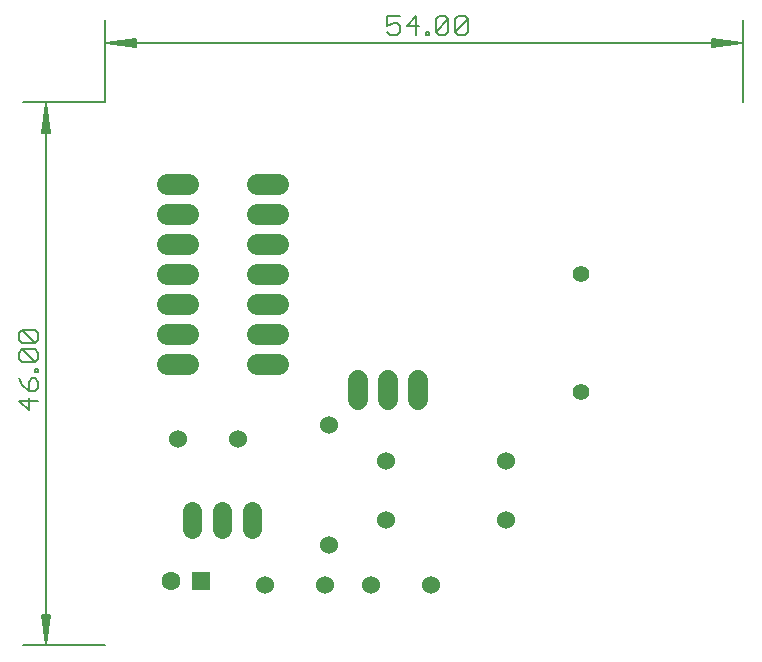
<source format=gtl>
G75*
%MOIN*%
%OFA0B0*%
%FSLAX25Y25*%
%IPPOS*%
%LPD*%
%AMOC8*
5,1,8,0,0,1.08239X$1,22.5*
%
%ADD10C,0.00512*%
%ADD11C,0.00600*%
%ADD12C,0.07087*%
%ADD13C,0.06000*%
%ADD14C,0.05512*%
%ADD15R,0.06299X0.06299*%
%ADD16C,0.06299*%
%ADD17C,0.06299*%
%ADD18C,0.06600*%
D10*
X0004918Y0004937D02*
X0032280Y0004937D01*
X0012595Y0005193D02*
X0013619Y0015173D01*
X0013852Y0015173D02*
X0012595Y0005193D01*
X0011572Y0015173D01*
X0011338Y0015173D02*
X0013852Y0015173D01*
X0013107Y0015173D02*
X0012595Y0005193D01*
X0012083Y0015173D01*
X0011338Y0015173D02*
X0012595Y0005193D01*
X0012595Y0185783D01*
X0013619Y0175803D01*
X0013852Y0175803D02*
X0012595Y0185783D01*
X0011572Y0175803D01*
X0011338Y0175803D02*
X0013852Y0175803D01*
X0013107Y0175803D02*
X0012595Y0185783D01*
X0012083Y0175803D01*
X0011338Y0175803D02*
X0012595Y0185783D01*
X0004918Y0186039D02*
X0032280Y0186039D01*
X0032280Y0213402D01*
X0032536Y0205724D02*
X0042516Y0204701D01*
X0042516Y0204468D02*
X0032536Y0205724D01*
X0042516Y0206748D01*
X0042516Y0206981D02*
X0042516Y0204468D01*
X0042516Y0205213D02*
X0032536Y0205724D01*
X0042516Y0206236D01*
X0042516Y0206981D02*
X0032536Y0205724D01*
X0244623Y0205724D01*
X0234642Y0204701D01*
X0234642Y0204468D02*
X0244623Y0205724D01*
X0234642Y0206748D01*
X0234642Y0206981D02*
X0234642Y0204468D01*
X0234642Y0205213D02*
X0244623Y0205724D01*
X0234642Y0206236D01*
X0234642Y0206981D02*
X0244623Y0205724D01*
X0244879Y0213402D02*
X0244879Y0186039D01*
D11*
X0153181Y0209354D02*
X0152114Y0208286D01*
X0149978Y0208286D01*
X0148911Y0209354D01*
X0153181Y0213624D01*
X0153181Y0209354D01*
X0153181Y0213624D02*
X0152114Y0214692D01*
X0149978Y0214692D01*
X0148911Y0213624D01*
X0148911Y0209354D01*
X0146736Y0209354D02*
X0145668Y0208286D01*
X0143533Y0208286D01*
X0142465Y0209354D01*
X0146736Y0213624D01*
X0146736Y0209354D01*
X0142465Y0209354D02*
X0142465Y0213624D01*
X0143533Y0214692D01*
X0145668Y0214692D01*
X0146736Y0213624D01*
X0140310Y0209354D02*
X0140310Y0208286D01*
X0139243Y0208286D01*
X0139243Y0209354D01*
X0140310Y0209354D01*
X0137067Y0211489D02*
X0132797Y0211489D01*
X0136000Y0214692D01*
X0136000Y0208286D01*
X0130622Y0209354D02*
X0129554Y0208286D01*
X0127419Y0208286D01*
X0126352Y0209354D01*
X0126352Y0211489D02*
X0128487Y0212557D01*
X0129554Y0212557D01*
X0130622Y0211489D01*
X0130622Y0209354D01*
X0126352Y0211489D02*
X0126352Y0214692D01*
X0130622Y0214692D01*
X0010033Y0109022D02*
X0010033Y0106887D01*
X0008966Y0105820D01*
X0004695Y0110090D01*
X0008966Y0110090D01*
X0010033Y0109022D01*
X0008966Y0105820D02*
X0004695Y0105820D01*
X0003628Y0106887D01*
X0003628Y0109022D01*
X0004695Y0110090D01*
X0004695Y0103644D02*
X0008966Y0099374D01*
X0010033Y0100442D01*
X0010033Y0102577D01*
X0008966Y0103644D01*
X0004695Y0103644D01*
X0003628Y0102577D01*
X0003628Y0100442D01*
X0004695Y0099374D01*
X0008966Y0099374D01*
X0008966Y0097219D02*
X0010033Y0097219D01*
X0010033Y0096151D01*
X0008966Y0096151D01*
X0008966Y0097219D01*
X0008966Y0093976D02*
X0007898Y0093976D01*
X0006831Y0092909D01*
X0006831Y0089706D01*
X0008966Y0089706D01*
X0010033Y0090773D01*
X0010033Y0092909D01*
X0008966Y0093976D01*
X0004695Y0091841D02*
X0006831Y0089706D01*
X0006831Y0087531D02*
X0006831Y0083260D01*
X0003628Y0086463D01*
X0010033Y0086463D01*
X0004695Y0091841D02*
X0003628Y0093976D01*
D12*
X0052831Y0098874D02*
X0059918Y0098874D01*
X0059918Y0108874D02*
X0052831Y0108874D01*
X0052831Y0118874D02*
X0059918Y0118874D01*
X0059918Y0128874D02*
X0052831Y0128874D01*
X0052831Y0138874D02*
X0059918Y0138874D01*
X0059918Y0148874D02*
X0052831Y0148874D01*
X0052831Y0158874D02*
X0059918Y0158874D01*
X0082831Y0158874D02*
X0089918Y0158874D01*
X0089918Y0148874D02*
X0082831Y0148874D01*
X0082831Y0138874D02*
X0089918Y0138874D01*
X0089918Y0128874D02*
X0082831Y0128874D01*
X0082831Y0118874D02*
X0089918Y0118874D01*
X0089918Y0108874D02*
X0082831Y0108874D01*
X0082831Y0098874D02*
X0089918Y0098874D01*
D13*
X0107038Y0078311D03*
X0126099Y0066437D03*
X0126099Y0046906D03*
X0107038Y0038311D03*
X0105469Y0024937D03*
X0120784Y0024937D03*
X0140784Y0024937D03*
X0166099Y0046906D03*
X0166099Y0066437D03*
X0085469Y0024937D03*
X0076575Y0073638D03*
X0056575Y0073638D03*
D14*
X0190784Y0089504D03*
X0190784Y0128874D03*
D15*
X0064249Y0026472D03*
D16*
X0054249Y0026472D03*
D17*
X0061217Y0043598D02*
X0061217Y0049898D01*
X0071217Y0049898D02*
X0071217Y0043598D01*
X0081217Y0043598D02*
X0081217Y0049898D01*
D18*
X0116768Y0086873D02*
X0116768Y0093473D01*
X0126768Y0093473D02*
X0126768Y0086873D01*
X0136768Y0086873D02*
X0136768Y0093473D01*
M02*

</source>
